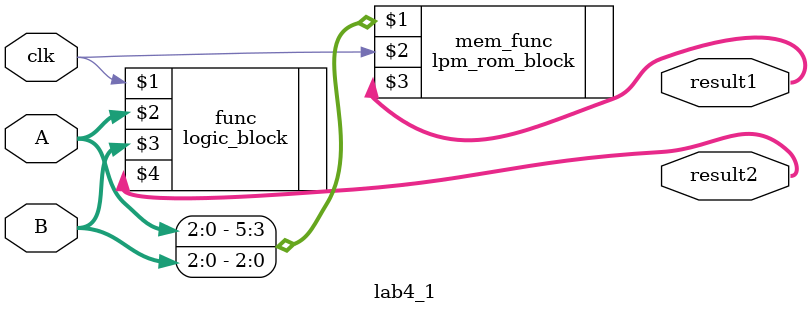
<source format=v>
module lab4_1(
    input wire clk,
    input wire [2:0] A,
    input wire [2:0] B,
    output wire [6:0] result1,
    output wire [6:0] result2
);

lpm_rom_block mem_func({A, B}, clk, result1);
logic_block func(clk, A, B, result2);

endmodule

</source>
